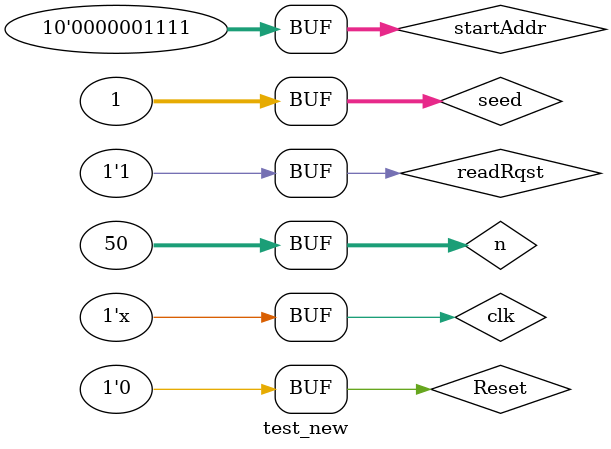
<source format=v>
`timescale 1ns / 1ps


module test_new();
//Inputs Regs
reg clk;
reg Reset;
reg [31:0] seed;
reg [31:0] n;
reg [9:0] startAddr;
reg readRqst;
//Output Wires
wire done;
wire busy;
wire [31:0] CheckA;
wire [31:0] CheckB;
wire [31:0] readA;
wire [31:0] readB;


top uut(clk,Reset,seed,n,startAddr,readRqst,done,busy,CheckA,CheckB,readA,readB);

    initial begin
        clk = 1;
        n = 50;
        seed = 32'b1;//11001100011010001110011010011110;
        startAddr = 10'b00001111;
        readRqst = 1'b0;
        Reset = 1'b0;
        # 500 
        readRqst = 1'b1;
        #50
        Reset = 1'b1;
        #10
        Reset = 1'b0; 
    end

    always begin
      #5  clk = ~ clk;
    end

//    always @(posedge done)begin
//    $display($realtime,"tic");
//    end

//    always @(posedge doon)begin
//    $display($realtime,"toc");
//    end

endmodule
</source>
